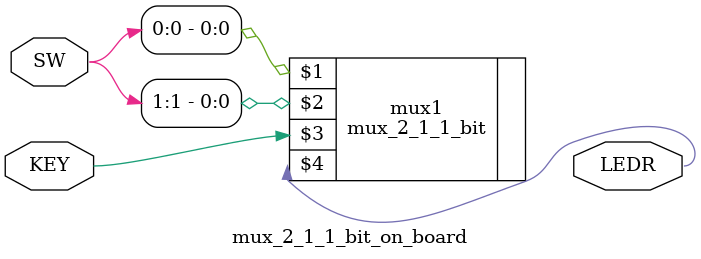
<source format=v>
module mux_2_1_1_bit_on_board(
	input [1:0] SW, 
	input [0:0] KEY,
	output [0:0] LEDR);
	
	mux_2_1_1_bit mux1(SW[0], SW[1], KEY[0], LEDR[0]);
	
endmodule
	
</source>
